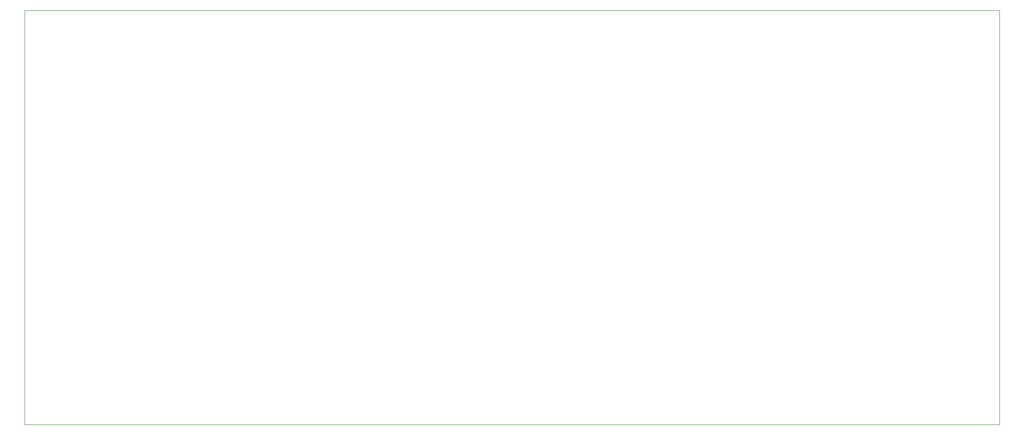
<source format=gbr>
%TF.GenerationSoftware,KiCad,Pcbnew,5.0.2-bee76a0~70~ubuntu18.10.1*%
%TF.CreationDate,2019-11-25T23:14:33+01:00*%
%TF.ProjectId,NixieNTPClock,4e697869-654e-4545-9043-6c6f636b2e6b,rev?*%
%TF.SameCoordinates,Original*%
%TF.FileFunction,Paste,Bot*%
%TF.FilePolarity,Positive*%
%FSLAX46Y46*%
G04 Gerber Fmt 4.6, Leading zero omitted, Abs format (unit mm)*
G04 Created by KiCad (PCBNEW 5.0.2-bee76a0~70~ubuntu18.10.1) date lun. 25 nov. 2019 23:14:33 CET*
%MOMM*%
%LPD*%
G01*
G04 APERTURE LIST*
%ADD10C,0.050000*%
G04 APERTURE END LIST*
D10*
X61722000Y-124460000D02*
X61722000Y-47244000D01*
X243078000Y-124460000D02*
X61722000Y-124460000D01*
X243078000Y-47244000D02*
X243078000Y-124460000D01*
X61722000Y-47244000D02*
X243078000Y-47244000D01*
M02*

</source>
